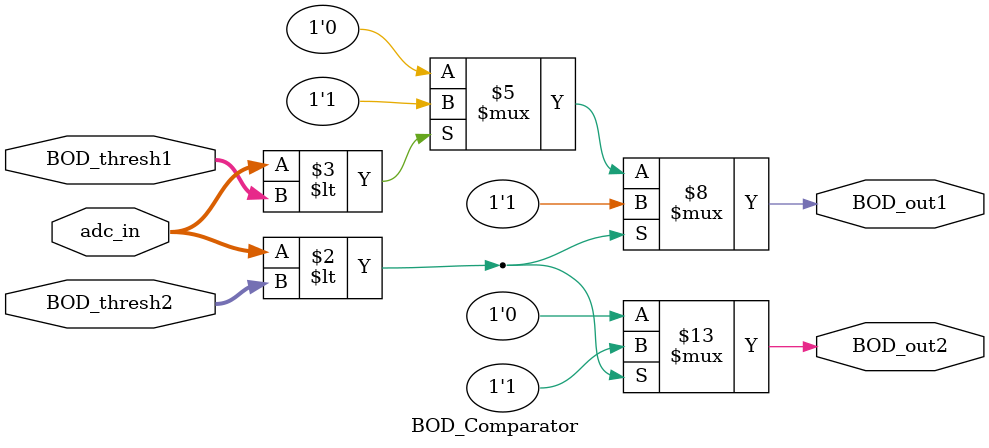
<source format=v>
`timescale 1ns / 1ps
module BOD_Comparator(
    input [19:0] adc_in, BOD_thresh1,BOD_thresh2,
    output reg BOD_out1,
    output reg BOD_out2
    );
    always @(adc_in)
    begin
        if (adc_in<BOD_thresh2)
        begin
            BOD_out2<=1;
            BOD_out1<=1;
        end
        
        else if (adc_in<BOD_thresh1)
        begin
            BOD_out1<=1;
            BOD_out2<=0;
        end
        
        else
        begin
            BOD_out1<=0;
            BOD_out2<=0;
        end
    end    
endmodule

</source>
